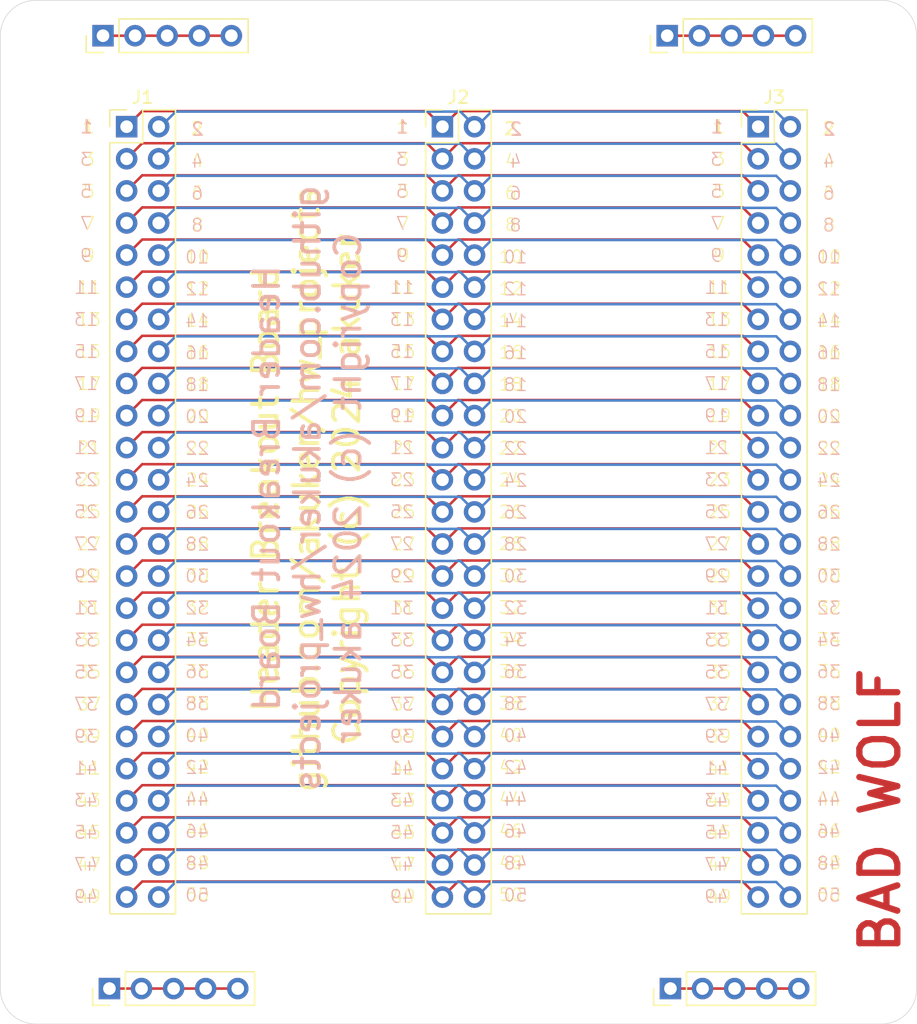
<source format=kicad_pcb>
(kicad_pcb (version 20240108) (generator "pcbnew") (generator_version "8.0")
  (layers (0 "F.Cu" signal) (31 "B.Cu" signal) (34 "B.Paste" user) (35 "F.Paste" user) (36 "B.SilkS" user "B.Silkscreen") (37 "F.SilkS" user "F.Silkscreen") (38 "B.Mask" user) (39 "F.Mask" user) (44 "Edge.Cuts" user))
  (net 0 "")
  (net 1 "PIN_29")
  (net 2 "PIN_11")
  (net 3 "PIN_24")
  (net 4 "PIN_12")
  (net 5 "PIN_21")
  (net 6 "PIN_22")
  (net 7 "PIN_10")
  (net 8 "PIN_32")
  (net 9 "PIN_18")
  (net 10 "PIN_34")
  (net 11 "PIN_5")
  (net 12 "PIN_14")
  (net 13 "PIN_1")
  (net 14 "PIN_8")
  (net 15 "PIN_19")
  (net 16 "PIN_6")
  (net 17 "PIN_7")
  (net 18 "PIN_23")
  (net 19 "PIN_13")
  (net 20 "PIN_9")
  (net 21 "PIN_30")
  (net 22 "PIN_33")
  (net 23 "PIN_17")
  (net 24 "PIN_16")
  (net 25 "PIN_2")
  (net 26 "PIN_4")
  (net 27 "PIN_26")
  (net 28 "PIN_28")
  (net 29 "PIN_25")
  (net 30 "PIN_31")
  (net 31 "PIN_15")
  (net 32 "PIN_20")
  (net 33 "PIN_27")
  (net 34 "PIN_3")
  (net 35 "PIN_50")
  (net 36 "PIN_41")
  (net 37 "PIN_35")
  (net 38 "PIN_46")
  (net 39 "PIN_49")
  (net 40 "PIN_36")
  (net 41 "PIN_38")
  (net 42 "PIN_45")
  (net 43 "PIN_39")
  (net 44 "PIN_42")
  (net 45 "PIN_44")
  (net 46 "PIN_37")
  (net 47 "PIN_40")
  (net 48 "PIN_47")
  (net 49 "PIN_48")
  (net 50 "PIN_43")
  (net 51 "Net-(J4-Pin_1)")
  (net 52 "Net-(J5-Pin_1)")
  (net 53 "Net-(J6-Pin_1)")
  (net 54 "Net-(J7-Pin_1)")
  (footprint "MountingHole:MountingHole_2.5mm" (layer "F.Cu") (at 113.608333 42.8)
    (property "Reference" "REF**" (hide yes))
    (property "Value" "MountingHole_2.5mm" (hide yes))
  )
  (footprint "Connector_PinHeader_2.54mm:PinHeader_1x05_P2.54mm_Vertical" (layer "F.Cu") (at 142.795833 42.8 90)
    (property "Reference" "J6" (hide yes))
    (property "Value" "Conn_01x05" (hide yes))
  )
  (footprint "Connector_PinHeader_2.54mm:PinHeader_1x05_P2.54mm_Vertical" (layer "F.Cu") (at 143.05 118.2 90)
    (property "Reference" "J5" (hide yes))
    (property "Value" "Conn_01x05" (hide yes))
  )
  (footprint "MountingHole:MountingHole_2.5mm" (layer "F.Cu") (at 114.625 118.2)
    (property "Reference" "REF**" (hide yes))
    (property "Value" "MountingHole_2.5mm" (hide yes))
  )
  (footprint "MountingHole:MountingHole_2.5mm" (layer "F.Cu") (at 92.8 42.8)
    (property "Reference" "REF**" (hide yes))
    (property "Value" "MountingHole_2.5mm" (hide yes))
  )
  (footprint "MountingHole:MountingHole_2.5mm" (layer "F.Cu") (at 92.8 118.2)
    (property "Reference" "REF**" (hide yes))
    (property "Value" "MountingHole_2.5mm" (hide yes))
  )
  (footprint "MountingHole:MountingHole_2.5mm" (layer "F.Cu") (at 159.8 42.8)
    (property "Reference" "REF**" (hide yes))
    (property "Value" "MountingHole_2.5mm" (hide yes))
  )
  (footprint "Connector_PinHeader_2.54mm:PinHeader_1x05_P2.54mm_Vertical" (layer "F.Cu") (at 98.129166 42.8 90)
    (property "Reference" "J7" (hide yes))
    (property "Value" "Conn_01x05" (hide yes))
  )
  (footprint "Connector_PinHeader_2.54mm:PinHeader_2x25_P2.54mm_Vertical" (layer "F.Cu") (at 125 50)
    (property "Reference" "J2")
    (property "Value" "Conn_02x17_Odd_Even")
  )
  (footprint "Connector_PinHeader_2.54mm:PinHeader_1x05_P2.54mm_Vertical" (layer "F.Cu") (at 98.6375 118.2 90)
    (property "Reference" "J4" (hide yes))
    (property "Value" "Conn_01x05" (hide yes))
  )
  (footprint "MountingHole:MountingHole_2.5mm" (layer "F.Cu") (at 136.45 118.2)
    (property "Reference" "REF**" (hide yes))
    (property "Value" "MountingHole_2.5mm" (hide yes))
  )
  (footprint "Connector_PinHeader_2.54mm:PinHeader_2x25_P2.54mm_Vertical" (layer "F.Cu") (at 150 50)
    (property "Reference" "J3")
    (property "Value" "Conn_02x17_Odd_Even")
  )
  (footprint "MountingHole:MountingHole_2.5mm" (layer "F.Cu") (at 135.941666 42.8)
    (property "Reference" "REF**" (hide yes))
    (property "Value" "MountingHole_2.5mm" (hide yes))
  )
  (footprint "MountingHole:MountingHole_2.5mm" (layer "F.Cu") (at 159.8 118.2)
    (property "Reference" "REF**" (hide yes))
    (property "Value" "MountingHole_2.5mm" (hide yes))
  )
  (footprint "Connector_PinHeader_2.54mm:PinHeader_2x25_P2.54mm_Vertical" (layer "F.Cu") (at 100 49.99825)
    (property "Reference" "J1")
    (property "Value" "Conn_02x17_Odd_Even")
  )
  (gr_arc (start 92.8 42.8) (mid 92.8 42.8) (end 92.8 42.8) (stroke (width 0.2)) (layer "F.Cu"))
  (gr_arc (start 90 42.8) (mid 90.820101 40.820101) (end 92.8 40) (stroke (width 0.05)) (layer "Edge.Cuts"))
  (gr_line (start 92.8 40) (end 159.8 40) (stroke (width 0.05)) (layer "Edge.Cuts"))
  (gr_line (start 92.8 121) (end 159.8 121) (stroke (width 0.05)) (layer "Edge.Cuts"))
  (gr_arc (start 162.54 118.2) (mid 161.749899 120.167473) (end 159.8 121) (stroke (width 0.05)) (layer "Edge.Cuts"))
  (gr_line (start 162.54 42.8) (end 162.54 118.2) (stroke (width 0.05)) (layer "Edge.Cuts"))
  (gr_line (start 90 118.2) (end 90 42.8) (stroke (width 0.05)) (layer "Edge.Cuts"))
  (gr_arc (start 92.8 121) (mid 90.820101 120.179899) (end 90 118.2) (stroke (width 0.05)) (layer "Edge.Cuts"))
  (gr_arc (start 159.8 40) (mid 161.749899 40.832527) (end 162.54 42.8) (stroke (width 0.05)) (layer "Edge.Cuts"))
  (gr_text "BAD WOLF" (at 161.4 115.65 90) (layer "F.Cu") (effects (font (size 3 3) (thickness 0.5) (bold yes)) (justify left bottom)))
  (gr_text "8" (at 156.123809 58.37878 -0) (layer "B.SilkS") (effects (font (size 1 1) (thickness 0.1)) (justify left bottom mirror)))
  (gr_text "4" (at 131.323809 53.32962 -0) (layer "B.SilkS") (effects (font (size 1 1) (thickness 0.1)) (justify left bottom mirror)))
  (gr_text "47" (at 97.8 108.963639 -0) (layer "B.SilkS") (effects (font (size 1 1) (thickness 0.1)) (justify left bottom mirror)))
  (gr_text "12" (at 156.6 63.42794 -0) (layer "B.SilkS") (effects (font (size 1 1) (thickness 0.1)) (justify left bottom mirror)))
  (gr_text "34" (at 156.6 91.19832 -0) (layer "B.SilkS") (effects (font (size 1 1) (thickness 0.1)) (justify left bottom mirror)))
  (gr_text "2" (at 106.198809 50.77954 -0) (layer "B.SilkS") (effects (font (size 1 1)) (justify left bottom mirror)))
  (gr_text "35" (at 122.8 93.745581 -0) (layer "B.SilkS") (effects (font (size 1 1) (thickness 0.1)) (justify left bottom mirror)))
  (gr_text "36" (at 131.8 93.7229 -0) (layer "B.SilkS") (effects (font (size 1 1) (thickness 0.1)) (justify left bottom mirror)))
  (gr_text "22" (at 106.6 76.05084 -0) (layer "B.SilkS") (effects (font (size 1 1) (thickness 0.1)) (justify left bottom mirror)))
  (gr_text "45" (at 122.8 106.427296 -0) (layer "B.SilkS") (effects (font (size 1 1) (thickness 0.1)) (justify left bottom mirror)))
  (gr_text "19" (at 122.8 73.454837 -0) (layer "B.SilkS") (effects (font (size 1 1) (thickness 0.1)) (justify left bottom mirror)))
  (gr_text "46" (at 156.6 106.3458 -0) (layer "B.SilkS") (effects (font (size 1 1) (thickness 0.1)) (justify left bottom mirror)))
  (gr_text "21" (at 147.7 75.99118 -0) (layer "B.SilkS") (effects (font (size 1 1) (thickness 0.1)) (justify left bottom mirror)))
  (gr_text "7" (at 147.223809 58.236779 -0) (layer "B.SilkS") (effects (font (size 1 1) (thickness 0.1)) (justify left bottom mirror)))
  (gr_text "2" (at 156.198809 50.77954 -0) (layer "B.SilkS") (effects (font (size 1 1)) (justify left bottom mirror)))
  (gr_text "42" (at 131.8 101.29664 -0) (layer "B.SilkS") (effects (font (size 1 1) (thickness 0.1)) (justify left bottom mirror)))
  (gr_text "18" (at 156.6 71.00168 -0) (layer "B.SilkS") (effects (font (size 1 1) (thickness 0.1)) (justify left bottom mirror)))
  (gr_text "30" (at 156.6 86.14916 -0) (layer "B.SilkS") (effects (font (size 1 1) (thickness 0.1)) (justify left bottom mirror)))
  (gr_text "39" (at 122.8 98.818267 -0) (layer "B.SilkS") (effects (font (size 1 1) (thickness 0.1)) (justify left bottom mirror)))
  (gr_text "10" (at 156.6 60.90336 -0) (layer "B.SilkS") (effects (font (size 1 1) (thickness 0.1)) (justify left bottom mirror)))
  (gr_text "1" (at 122.398809 50.60225 -0) (layer "B.SilkS") (effects (font (size 1 1)) (justify left bottom mirror)))
  (gr_text "19" (at 97.8 73.454837 -0) (layer "B.SilkS") (effects (font (size 1 1) (thickness 0.1)) (justify left bottom mirror)))
  (gr_text "27" (at 97.8 83.600209 -0) (layer "B.SilkS") (effects (font (size 1 1) (thickness 0.1)) (justify left bottom mirror)))
  (gr_text "1" (at 97.398809 50.60225 -0) (layer "B.SilkS") (effects (font (size 1 1)) (justify left bottom mirror)))
  (gr_text "11" (at 97.8 63.309465 -0) (layer "B.SilkS") (effects (font (size 1 1) (thickness 0.1)) (justify left bottom mirror)))
  (gr_text "41" (at 97.8 101.35461 -0) (layer "B.SilkS") (effects (font (size 1 1) (thickness 0.1)) (justify left bottom mirror)))
  (gr_text "15" (at 97.8 68.382151 -0) (layer "B.SilkS") (effects (font (size 1 1) (thickness 0.1)) (justify left bottom mirror)))
  (gr_text "29" (at 147.7 86.136552 -0) (layer "B.SilkS") (effects (font (size 1 1) (thickness 0.1)) (justify left bottom mirror)))
  (gr_text "19" (at 147.7 73.454837 -0) (layer "B.SilkS") (effects (font (size 1 1) (thickness 0.1)) (justify left bottom mirror)))
  (gr_text "39" (at 147.7 98.818267 -0) (layer "B.SilkS") (effects (font (size 1 1) (thickness 0.1)) (justify left bottom mirror)))
  (gr_text "34" (at 106.6 91.19832 -0) (layer "B.SilkS") (effects (font (size 1 1) (thickness 0.1)) (justify left bottom mirror)))
  (gr_text "29" (at 122.8 86.136552 -0) (layer "B.SilkS") (effects (font (size 1 1) (thickness 0.1)) (justify left bottom mirror)))
  (gr_text "38" (at 106.6 96.24748 -0) (layer "B.SilkS") (effects (font (size 1 1) (thickness 0.1)) (justify left bottom mirror)))
  (gr_text "8" (at 131.323809 58.37878 -0) (layer "B.SilkS") (effects (font (size 1 1) (thickness 0.1)) (justify left bottom mirror)))
  (gr_text "3" (at 122.323809 53.164093 -0) (layer "B.SilkS") (effects (font (size 1 1) (thickness 0.1)) (justify left bottom mirror)))
  (gr_text "12" (at 131.8 63.42794 -0) (layer "B.SilkS") (effects (font (size 1 1) (thickness 0.1)) (justify left bottom mirror)))
  (gr_text "42" (at 106.6 101.29664 -0) (layer "B.SilkS") (effects (font (size 1 1) (thickness 0.1)) (justify left bottom mirror)))
  (gr_text "31" (at 122.8 88.672895 -0) (layer "B.SilkS") (effects (font (size 1 1) (thickness 0.1)) (justify left bottom mirror)))
  (gr_text "22" (at 156.6 76.05084 -0) (layer "B.SilkS") (effects (font (size 1 1) (thickness 0.1)) (justify left bottom mirror)))
  (gr_text "29" (at 97.8 86.136552 -0) (layer "B.SilkS") (effects (font (size 1 1) (thickness 0.1)) (justify left bottom mirror)))
  (gr_text "3" (at 147.223809 53.164093 -0) (layer "B.SilkS") (effects (font (size 1 1) (thickness 0.1)) (justify left bottom mirror)))
  (gr_text "22" (at 131.8 76.05084 -0) (layer "B.SilkS") (effects (font (size 1 1) (thickness 0.1)) (justify left bottom mirror)))
  (gr_text "38" (at 156.6 96.24748 -0) (layer "B.SilkS") (effects (font (size 1 1) (thickness 0.1)) (justify left bottom mirror)))
  (gr_text "25" (at 147.7 81.063866 -0) (layer "B.SilkS") (effects (font (size 1 1) (thickness 0.1)) (justify left bottom mirror)))
  (gr_text "21" (at 97.8 75.99118 -0) (layer "B.SilkS") (effects (font (size 1 1) (thickness 0.1)) (justify left bottom mirror)))
  (gr_text "33" (at 147.7 91.209238 -0) (layer "B.SilkS") (effects (font (size 1 1) (thickness 0.1)) (justify left bottom mirror)))
  (gr_text "15" (at 147.7 68.382151 -0) (layer "B.SilkS") (effects (font (size 1 1) (thickness 0.1)) (justify left bottom mirror)))
  (gr_text "45" (at 97.8 106.427296 -0) (layer "B.SilkS") (effects (font (size 1 1) (thickness 0.1)) (justify left bottom mirror)))
  (gr_text "2" (at 131.398809 50.77954 -0) (layer "B.SilkS") (effects (font (size 1 1)) (justify left bottom mirror)))
  (gr_text "7" (at 122.323809 58.236779 -0) (layer "B.SilkS") (effects (font (size 1 1) (thickness 0.1)) (justify left bottom mirror)))
  (gr_text "41" (at 122.8 101.35461 -0) (layer "B.SilkS") (effects (font (size 1 1) (thickness 0.1)) (justify left bottom mirror)))
  (gr_text "28" (at 106.6 83.62458 -0) (layer "B.SilkS") (effects (font (size 1 1) (thickness 0.1)) (justify left bottom mirror)))
  (gr_text "48" (at 156.6 108.87038 -0) (layer "B.SilkS") (effects (font (size 1 1) (thickness 0.1)) (justify left bottom mirror)))
  (gr_text "27" (at 122.8 83.600209 -0) (layer "B.SilkS") (effects (font (size 1 1) (thickness 0.1)) (justify left bottom mirror)))
  (gr_text "40" (at 106.6 98.77206 -0) (layer "B.SilkS") (effects (font (size 1 1) (thickness 0.1)) (justify left bottom mirror)))
  (gr_text "36" (at 156.6 93.7229 -0) (layer "B.SilkS") (effects (font (size 1 1) (thickness 0.1)) (justify left bottom mirror)))
  (gr_text "44" (at 106.6 103.82122 -0) (layer "B.SilkS") (effects (font (size 1 1) (thickness 0.1)) (justify left bottom mirror)))
  (gr_text "46" (at 131.8 106.3458 -0) (layer "B.SilkS") (effects (font (size 1 1) (thickness 0.1)) (justify left bottom mirror)))
  (gr_text "20" (at 106.6 73.52626 -0) (layer "B.SilkS") (effects (font (size 1 1) (thickness 0.1)) (justify left bottom mirror)))
  (gr_text "26" (at 156.6 81.1 -0) (layer "B.SilkS") (effects (font (size 1 1) (thickness 0.1)) (justify left bottom mirror)))
  (gr_text "15" (at 122.8 68.382151 -0) (layer "B.SilkS") (effects (font (size 1 1) (thickness 0.1)) (justify left bottom mirror)))
  (gr_text "25" (at 122.8 81.063866 -0) (layer "B.SilkS") (effects (font (size 1 1) (thickness 0.1)) (justify left bottom mirror)))
  (gr_text "21" (at 122.8 75.99118 -0) (layer "B.SilkS") (effects (font (size 1 1) (thickness 0.1)) (justify left bottom mirror)))
  (gr_text "6" (at 131.323809 55.8542 -0) (layer "B.SilkS") (effects (font (size 1 1) (thickness 0.1)) (justify left bottom mirror)))
  (gr_text "41" (at 147.7 101.35461 -0) (layer "B.SilkS") (effects (font (size 1 1) (thickness 0.1)) (justify left bottom mirror)))
  (gr_text "50" (at 131.8 111.39496 -0) (layer "B.SilkS") (effects (font (size 1 1) (thickness 0.1)) (justify left bottom mirror)))
  (gr_text "24" (at 156.6 78.57542 -0) (layer "B.SilkS") (effects (font (size 1 1) (thickness 0.1)) (justify left bottom mirror)))
  (gr_text "14" (at 131.8 65.95252 -0) (layer "B.SilkS") (effects (font (size 1 1) (thickness 0.1)) (justify left bottom mirror)))
  (gr_text "44" (at 156.6 103.82122 -0) (layer "B.SilkS") (effects (font (size 1 1) (thickness 0.1)) (justify left bottom mirror)))
  (gr_text "40" (at 156.6 98.77206 -0) (layer "B.SilkS") (effects (font (size 1 1) (thickness 0.1)) (justify left bottom mirror)))
  (gr_text "9" (at 97.323809 60.773122 -0) (layer "B.SilkS") (effects (font (size 1 1) (thickness 0.1)) (justify left bottom mirror)))
  (gr_text "3" (at 97.323809 53.164093 -0) (layer "B.SilkS") (effects (font (size 1 1) (thickness 0.1)) (justify left bottom mirror)))
  (gr_text "31" (at 147.7 88.672895 -0) (layer "B.SilkS") (effects (font (size 1 1) (thickness 0.1)) (justify left bottom mirror)))
  (gr_text "17" (at 122.8 70.918494 -0) (layer "B.SilkS") (effects (font (size 1 1) (thickness 0.1)) (justify left bottom mirror)))
  (gr_text "13" (at 122.8 65.845808 -0) (layer "B.SilkS") (effects (font (size 1 1) (thickness 0.1)) (justify left bottom mirror)))
  (gr_text "48" (at 106.6 108.87038 -0) (layer "B.SilkS") (effects (font (size 1 1) (thickness 0.1)) (justify left bottom mirror)))
  (gr_text "32" (at 156.6 88.67374 -0) (layer "B.SilkS") (effects (font (size 1 1) (thickness 0.1)) (justify left bottom mirror)))
  (gr_text "43" (at 97.8 103.890953 -0) (layer "B.SilkS") (effects (font (size 1 1) (thickness 0.1)) (justify left bottom mirror)))
  (gr_text "49" (at 122.8 111.5 -0) (layer "B.SilkS") (effects (font (size 1 1) (thickness 0.1)) (justify left bottom mirror)))
  (gr_text "39" (at 97.8 98.818267 -0) (layer "B.SilkS") (effects (font (size 1 1) (thickness 0.1)) (justify left bottom mirror)))
  (gr_text "50" (at 156.6 111.39496 -0) (layer "B.SilkS") (effects (font (size 1 1) (thickness 0.1)) (justify left bottom mirror)))
  (gr_text "4" (at 156.123809 53.32962 -0) (layer "B.SilkS") (effects (font (size 1 1) (thickness 0.1)) (justify left bottom mirror)))
  (gr_text "38" (at 131.8 96.24748 -0) (layer "B.SilkS") (effects (font (size 1 1) (thickness 0.1)) (justify left bottom mirror)))
  (gr_text "35" (at 97.8 93.745581 -0) (layer "B.SilkS") (effects (font (size 1 1) (thickness 0.1)) (justify left bottom mirror)))
  (gr_text "10" (at 106.6 60.90336 -0) (layer "B.SilkS") (effects (font (size 1 1) (thickness 0.1)) (justify left bottom mirror)))
  (gr_text "9" (at 122.323809 60.773122 -0) (layer "B.SilkS") (effects (font (size 1 1) (thickness 0.1)) (justify left bottom mirror)))
  (gr_text "37" (at 147.7 96.281924 -0) (layer "B.SilkS") (effects (font (size 1 1) (thickness 0.1)) (justify left bottom mirror)))
  (gr_text "5" (at 147.223809 55.700436 -0) (layer "B.SilkS") (effects (font (size 1 1) (thickness 0.1)) (justify left bottom mirror)))
  (gr_text "16" (at 131.8 68.4771 -0) (layer "B.SilkS") (effects (font (size 1 1) (thickness 0.1)) (justify left bottom mirror)))
  (gr_text "20" (at 131.8 73.52626 -0) (layer "B.SilkS") (effects (font (size 1 1) (thickness 0.1)) (justify left bottom mirror)))
  (gr_text "43" (at 147.7 103.890953 -0) (layer "B.SilkS") (effects (font (size 1 1) (thickness 0.1)) (justify left bottom mirror)))
  (gr_text "6" (at 106.123809 55.8542 -0) (layer "B.SilkS") (effects (font (size 1 1) (thickness 0.1)) (justify left bottom mirror)))
  (gr_text "31" (at 97.8 88.672895 -0) (layer "B.SilkS") (effects (font (size 1 1) (thickness 0.1)) (justify left bottom mirror)))
  (gr_text "12" (at 106.6 63.42794 -0) (layer "B.SilkS") (effects (font (size 1 1) (thickness 0.1)) (justify left bottom mirror)))
  (gr_text "9" (at 147.223809 60.773122 -0) (layer "B.SilkS") (effects (font (size 1 1) (thickness 0.1)) (justify left bottom mirror)))
  (gr_text "8" (at 106.123809 58.37878 -0) (layer "B.SilkS") (effects (font (size 1 1) (thickness 0.1)) (justify left bottom mirror)))
  (gr_text "49" (at 147.7 111.5 -0) (layer "B.SilkS") (effects (font (size 1 1) (thickness 0.1)) (justify left bottom mirror)))
  (gr_text "28" (at 156.6 83.62458 -0) (layer "B.SilkS") (effects (font (size 1 1) (thickness 0.1)) (justify left bottom mirror)))
  (gr_text "14" (at 106.6 65.95252 -0) (layer "B.SilkS") (effects (font (size 1 1) (thickness 0.1)) (justify left bottom mirror)))
  (gr_text "30" (at 106.6 86.14916 -0) (layer "B.SilkS") (effects (font (size 1 1) (thickness 0.1)) (justify left bottom mirror)))
  (gr_text "50" (at 106.6 111.39496 -0) (layer "B.SilkS") (effects (font (size 1 1) (thickness 0.1)) (justify left bottom mirror)))
  (gr_text "Header Breakout Board\ngithub.com/akuker/hw_projects\nCopyright (c) 2024 akuker" (at 118.7 78.6 90) (layer "B.SilkS") (effects (font (size 2 2) (thickness 0.3)) (justify bottom mirror)))
  (gr_text "26" (at 131.8 81.1 -0) (layer "B.SilkS") (effects (font (size 1 1) (thickness 0.1)) (justify left bottom mirror)))
  (gr_text "26" (at 106.6 81.1 -0) (layer "B.SilkS") (effects (font (size 1 1) (thickness 0.1)) (justify left bottom mirror)))
  (gr_text "49" (at 97.8 111.5 -0) (layer "B.SilkS") (effects (font (size 1 1) (thickness 0.1)) (justify left bottom mirror)))
  (gr_text "5" (at 122.323809 55.700436 -0) (layer "B.SilkS") (effects (font (size 1 1) (thickness 0.1)) (justify left bottom mirror)))
  (gr_text "16" (at 106.6 68.4771 -0) (layer "B.SilkS") (effects (font (size 1 1) (thickness 0.1)) (justify left bottom mirror)))
  (gr_text "23" (at 147.7 78.527523 -0) (layer "B.SilkS") (effects (font (size 1 1) (thickness 0.1)) (justify left bottom mirror)))
  (gr_text "40" (at 131.8 98.77206 -0) (layer "B.SilkS") (effects (font (size 1 1) (thickness 0.1)) (justify left bottom mirror)))
  (gr_text "16" (at 156.6 68.4771 -0) (layer "B.SilkS") (effects (font (size 1 1) (thickness 0.1)) (justify left bottom mirror)))
  (gr_text "13" (at 97.8 65.845808 -0) (layer "B.SilkS") (effects (font (size 1 1) (thickness 0.1)) (justify left bottom mirror)))
  (gr_text "17" (at 147.7 70.918494 -0) (layer "B.SilkS") (effects (font (size 1 1) (thickness 0.1)) (justify left bottom mirror)))
  (gr_text "44" (at 131.8 103.82122 -0) (layer "B.SilkS") (effects (font (size 1 1) (thickness 0.1)) (justify left bottom mirror)))
  (gr_text "42" (at 156.6 101.29664 -0) (layer "B.SilkS") (effects (font (size 1 1) (thickness 0.1)) (justify left bottom mirror)))
  (gr_text "24" (at 106.6 78.57542 -0) (layer "B.SilkS") (effects (font (size 1 1) (thickness 0.1)) (justify left bottom mirror)))
  (gr_text "37" (at 97.8 96.281924 -0) (layer "B.SilkS") (effects (font (size 1 1) (thickness 0.1)) (justify left bottom mirror)))
  (gr_text "20" (at 156.6 73.52626 -0) (layer "B.SilkS") (effects (font (size 1 1) (thickness 0.1)) (justify left bottom mirror)))
  (gr_text "5" (at 97.323809 55.700436 -0) (layer "B.SilkS") (effects (font (size 1 1) (thickness 0.1)) (justify left bottom mirror)))
  (gr_text "4" (at 106.123809 53.32962 -0) (layer "B.SilkS") (effects (font (size 1 1) (thickness 0.1)) (justify left bottom mirror)))
  (gr_text "36" (at 106.6 93.7229 -0) (layer "B.SilkS") (effects (font (size 1 1) (thickness 0.1)) (justify left bottom mirror)))
  (gr_text "18" (at 131.8 71.00168 -0) (layer "B.SilkS") (effects (font (size 1 1) (thickness 0.1)) (justify left bottom mirror)))
  (gr_text "14" (at 156.6 65.95252 -0) (layer "B.SilkS") (effects (font (size 1 1) (thickness 0.1)) (justify left bottom mirror)))
  (gr_text "13" (at 147.7 65.845808 -0) (layer "B.SilkS") (effects (font (size 1 1) (thickness 0.1)) (justify left bottom mirror)))
  (gr_text "32" (at 131.8 88.67374 -0) (layer "B.SilkS") (effects (font (size 1 1) (thickness 0.1)) (justify left bottom mirror)))
  (gr_text "25" (at 97.8 81.063866 -0) (layer "B.SilkS") (effects (font (size 1 1) (thickness 0.1)) (justify left bottom mirror)))
  (gr_text "35" (at 147.7 93.745581 -0) (layer "B.SilkS") (effects (font (size 1 1) (thickness 0.1)) (justify left bottom mirror)))
  (gr_text "48" (at 131.8 108.87038 -0) (layer "B.SilkS") (effects (font (size 1 1) (thickness 0.1)) (justify left bottom mirror)))
  (gr_text "11" (at 122.8 63.309465 -0) (layer "B.SilkS") (effects (font (size 1 1) (thickness 0.1)) (justify left bottom mirror)))
  (gr_text "47" (at 122.8 108.963639 -0) (layer "B.SilkS") (effects (font (size 1 1) (thickness 0.1)) (justify left bottom mirror)))
  (gr_text "6" (at 156.123809 55.8542 -0) (layer "B.SilkS") (effects (font (size 1 1) (thickness 0.1)) (justify left bottom mirror)))
  (gr_text "23" (at 97.8 78.527523 -0) (layer "B.SilkS") (effects (font (size 1 1) (thickness 0.1)) (justify left bottom mirror)))
  (gr_text "18" (at 106.6 71.00168 -0) (layer "B.SilkS") (effects (font (size 1 1) (thickness 0.1)) (justify left bottom mirror)))
  (gr_text "46" (at 106.6 106.3458 -0) (layer "B.SilkS") (effects (font (size 1 1) (thickness 0.1)) (justify left bottom mirror)))
  (gr_text "28" (at 131.8 83.62458 -0) (layer "B.SilkS") (effects (font (size 1 1) (thickness 0.1)) (justify left bottom mirror)))
  (gr_text "33" (at 97.8 91.209238 -0) (layer "B.SilkS") (effects (font (size 1 1) (thickness 0.1)) (justify left bottom mirror)))
  (gr_text "1" (at 147.298809 50.60225 -0) (layer "B.SilkS") (effects (font (size 1 1)) (justify left bottom mirror)))
  (gr_text "37" (at 122.8 96.281924 -0) (layer "B.SilkS") (effects (font (size 1 1) (thickness 0.1)) (justify left bottom mirror)))
  (gr_text "17" (at 97.8 70.918494 -0) (layer "B.SilkS") (effects (font (size 1 1) (thickness 0.1)) (justify left bottom mirror)))
  (gr_text "47" (at 147.7 108.963639 -0) (layer "B.SilkS") (effects (font (size 1 1) (thickness 0.1)) (justify left bottom mirror)))
  (gr_text "7" (at 97.323809 58.236779 -0) (layer "B.SilkS") (effects (font (size 1 1) (thickness 0.1)) (justify left bottom mirror)))
  (gr_text "30" (at 131.8 86.14916 -0) (layer "B.SilkS") (effects (font (size 1 1) (thickness 0.1)) (justify left bottom mirror)))
  (gr_text "34" (at 131.8 91.19832 -0) (layer "B.SilkS") (effects (font (size 1 1) (thickness 0.1)) (justify left bottom mirror)))
  (gr_text "10" (at 131.8 60.90336 -0) (layer "B.SilkS") (effects (font (size 1 1) (thickness 0.1)) (justify left bottom mirror)))
  (gr_text "27" (at 147.7 83.600209 -0) (layer "B.SilkS") (effects (font (size 1 1) (thickness 0.1)) (justify left bottom mirror)))
  (gr_text "32" (at 106.6 88.67374 -0) (layer "B.SilkS") (effects (font (size 1 1) (thickness 0.1)) (justify left bottom mirror)))
  (gr_text "43" (at 122.8 103.890953 -0) (layer "B.SilkS") (effects (font (size 1 1) (thickness 0.1)) (justify left bottom mirror)))
  (gr_text "11" (at 147.7 63.309465 -0) (layer "B.SilkS") (effects (font (size 1 1) (thickness 0.1)) (justify left bottom mirror)))
  (gr_text "24" (at 131.8 78.57542 -0) (layer "B.SilkS") (effects (font (size 1 1) (thickness 0.1)) (justify left bottom mirror)))
  (gr_text "33" (at 122.8 91.209238 -0) (layer "B.SilkS") (effects (font (size 1 1) (thickness 0.1)) (justify left bottom mirror)))
  (gr_text "45" (at 147.7 106.427296 -0) (layer "B.SilkS") (effects (font (size 1 1) (thickness 0.1)) (justify left bottom mirror)))
  (gr_text "23" (at 122.8 78.527523 -0) (layer "B.SilkS") (effects (font (size 1 1) (thickness 0.1)) (justify left bottom mirror)))
  (gr_text "25" (at 120.9 81.063366 0) (layer "F.SilkS") (effects (font (size 1 1) (thickness 0.1)) (justify left bottom)))
  (gr_text "40" (at 104.6 98.735435 0) (layer "F.SilkS") (effects (font (size 1 1) (thickness 0.1)) (justify left bottom)))
  (gr_text "5" (at 96.476191 55.699936 0) (layer "F.SilkS") (effects (font (size 1 1) (thickness 0.1)) (justify left bottom)))
  (gr_text "48" (at 104.6 108.833755 0) (layer "F.SilkS") (effects (font (size 1 1) (thickness 0.1)) (justify left bottom)))
  (gr_text "27" (at 96 83.599709 0) (layer "F.SilkS") (effects (font (size 1 1) (thickness 0.1)) (justify left bottom)))
  (gr_text "44" (at 104.6 103.784595 0) (layer "F.SilkS") (effects (font (size 1 1) (thickness 0.1)) (justify left bottom)))
  (gr_text "7" (at 96.476191 58.236279 0) (layer "F.SilkS") (effects (font (size 1 1) (thickness 0.1)) (justify left bottom)))
  (gr_text "19" (at 96 73.454337 0) (layer "F.SilkS") (effects (font (size 1 1) (thickness 0.1)) (justify left bottom)))
  (gr_text "42" (at 129.4 101.260015 0) (layer "F.SilkS") (effects (font (size 1 1) (thickness 0.1)) (justify left bottom)))
  (gr_text "14" (at 154.6 65.915895 0) (layer "F.SilkS") (effects (font (size 1 1) (thickness 0.1)) (justify left bottom)))
  (gr_text "26" (at 129.4 81.063375 0) (layer "F.SilkS") (effects (font (size 1 1) (thickness 0.1)) (justify left bottom)))
  (gr_text "49" (at 120.9 111.4995 0) (layer "F.SilkS") (effects (font (size 1 1) (thickness 0.1)) (justify left bottom)))
  (gr_text "22" (at 129.4 76.014215 0) (layer "F.SilkS") (effects (font (size 1 1) (thickness 0.1)) (justify left bottom)))
  (gr_text "34" (at 104.6 91.161695 0) (layer "F.SilkS") (effects (font (size 1 1) (thickness 0.1)) (justify left bottom)))
  (gr_text "1" (at 96.401191 50.60175 0) (layer "F.SilkS") (effects (font (size 1 1)) (justify left bottom)))
  (gr_text "45" (at 145.9 106.426796 0) (layer "F.SilkS") (effects (font (size 1 1) (thickness 0.1)) (justify left bottom)))
  (gr_text "39" (at 120.9 98.817767 0) (layer "F.SilkS") (effects (font (size 1 1) (thickness 0.1)) (justify left bottom)))
  (gr_text "46" (at 154.6 106.309175 0) (layer "F.SilkS") (effects (font (size 1 1) (thickness 0.1)) (justify left bottom)))
  (gr_text "1" (at 121.301191 50.60175 0) (layer "F.SilkS") (effects (font (size 1 1)) (justify left bottom)))
  (gr_text "32" (at 129.4 88.637115 0) (layer "F.SilkS") (effects (font (size 1 1) (thickness 0.1)) (justify left bottom)))
  (gr_text "48" (at 129.4 108.833755 0) (layer "F.SilkS") (effects (font (size 1 1) (thickness 0.1)) (justify left bottom)))
  (gr_text "37" (at 145.9 96.281424 0) (layer "F.SilkS") (effects (font (size 1 1) (thickness 0.1)) (justify left bottom)))
  (gr_text "3" (at 96.476191 53.163593 0) (layer "F.SilkS") (effects (font (size 1 1) (thickness 0.1)) (justify left bottom)))
  (gr_text "46" (at 129.4 106.309175 0) (layer "F.SilkS") (effects (font (size 1 1) (thickness 0.1)) (justify left bottom)))
  (gr_text "2" (at 155.001191 50.742915 0) (layer "F.SilkS") (effects (font (size 1 1)) (justify left bottom)))
  (gr_text "19" (at 120.9 73.454337 0) (layer "F.SilkS") (effects (font (size 1 1) (thickness 0.1)) (justify left bottom)))
  (gr_text "3" (at 146.376191 53.163593 0) (layer "F.SilkS") (effects (font (size 1 1) (thickness 0.1)) (justify left bottom)))
  (gr_text "11" (at 145.9 63.308965 0) (layer "F.SilkS") (effects (font (size 1 1) (thickness 0.1)) (justify left bottom)))
  (gr_text "10" (at 129.4 60.866735 0) (layer "F.SilkS") (effects (font (size 1 1) (thickness 0.1)) (justify left bottom)))
  (gr_text "38" (at 104.6 96.210855 0) (layer "F.SilkS") (effects (font (size 1 1) (thickness 0.1)) (justify left bottom)))
  (gr_text "13" (at 145.9 65.845308 0) (layer "F.SilkS") (effects (font (size 1 1) (thickness 0.1)) (justify left bottom)))
  (gr_text "37" (at 120.9 96.281424 0) (layer "F.SilkS") (effects (font (size 1 1) (thickness 0.1)) (justify left bottom)))
  (gr_text "6" (at 105.076191 55.817575 0) (layer "F.SilkS") (effects (font (size 1 1) (thickness 0.1)) (justify left bottom)))
  (gr_text "21" (at 120.9 75.99068 0) (layer "F.SilkS") (effects (font (size 1 1) (thickness 0.1)) (justify left bottom)))
  (gr_text "43" (at 96 103.890453 0) (layer "F.SilkS") (effects (font (size 1 1) (thickness 0.1)) (justify left bottom)))
  (gr_text "45" (at 96 106.426796 0) (layer "F.SilkS") (effects (font (size 1 1) (thickness 0.1)) (justify left bottom)))
  (gr_text "12" (at 154.6 63.391315 0) (layer "F.SilkS") (effects (font (size 1 1) (thickness 0.1)) (justify left bottom)))
  (gr_text "30" (at 104.6 86.112535 0) (layer "F.SilkS") (effects (font (size 1 1) (thickness 0.1)) (justify left bottom)))
  (gr_text "23" (at 120.9 78.527023 0) (layer "F.SilkS") (effects (font (size 1 1) (thickness 0.1)) (justify left bottom)))
  (gr_text "41" (at 120.9 101.35411 0) (layer "F.SilkS") (effects (font (size 1 1) (thickness 0.1)) (justify left bottom)))
  (gr_text "9" (at 121.376191 60.772622 0) (layer "F.SilkS") (effects (font (size 1 1) (thickness 0.1)) (justify left bottom)))
  (gr_text "8" (at 129.876191 58.342155 0) (layer "F.SilkS") (effects (font (size 1 1) (thickness 0.1)) (justify left bottom)))
  (gr_text "29" (at 145.9 86.136052 0) (layer "F.SilkS") (effects (font (size 1 1) (thickness 0.1)) (justify left bottom)))
  (gr_text "47" (at 145.9 108.963139 0) (layer "F.SilkS") (effects (font (size 1 1) (thickness 0.1)) (justify left bottom)))
  (gr_text "4" (at 105.076191 53.292995 0) (layer "F.SilkS") (effects (font (size 1 1) (thickness 0.1)) (justify left bottom)))
  (gr_text "41" (at 145.9 101.35411 0) (layer "F.SilkS") (effects (font (size 1 1) (thickness 0.1)) (justify left bottom)))
  (gr_text "17" (at 120.9 70.917994 0) (layer "F.SilkS") (effects (font (size 1 1) (thickness 0.1)) (justify left bottom)))
  (gr_text "26" (at 104.6 81.063375 0) (layer "F.SilkS") (effects (font (size 1 1) (thickness 0.1)) (justify left bottom)))
  (gr_text "34" (at 154.6 91.161695 0) (layer "F.SilkS") (effects (font (size 1 1) (thickness 0.1)) (justify left bottom)))
  (gr_text "35" (at 145.9 93.745081 0) (layer "F.SilkS") (effects (font (size 1 1) (thickness 0.1)) (justify left bottom)))
  (gr_text "24" (at 154.6 78.538795 0) (layer "F.SilkS") (effects (font (size 1 1) (thickness 0.1)) (justify left bottom)))
  (gr_text "23" (at 96 78.527023 0) (layer "F.SilkS") (effects (font (size 1 1) (thickness 0.1)) (justify left bottom)))
  (gr_text "39" (at 96 98.817767 0) (layer "F.SilkS") (effects (font (size 1 1) (thickness 0.1)) (justify left bottom)))
  (gr_text "50" (at 154.6 111.358335 0) (layer "F.SilkS") (effects (font (size 1 1) (thickness 0.1)) (justify left bottom)))
  (gr_text "18" (at 154.6 70.965055 0) (layer "F.SilkS") (effects (font (size 1 1) (thickness 0.1)) (justify left bottom)))
  (gr_text "40" (at 154.6 98.735435 0) (layer "F.SilkS") (effects (font (size 1 1) (thickness 0.1)) (justify left bottom)))
  (gr_text "9" (at 146.376191 60.772622 0) (layer "F.SilkS") (effects (font (size 1 1) (thickness 0.1)) (justify left bottom)))
  (gr_text "3" (at 121.376191 53.163593 0) (layer "F.SilkS") (effects (font (size 1 1) (thickness 0.1)) (justify left bottom)))
  (gr_text "36" (at 104.6 93.686275 0) (layer "F.SilkS") (effects (font (size 1 1) (thickness 0.1)) (justify left bottom)))
  (gr_text "26" (at 154.6 81.063375 0) (layer "F.SilkS") (effects (font (size 1 1) (thickness 0.1)) (justify left bottom)))
  (gr_text "6" (at 155.076191 55.817575 0) (layer "F.SilkS") (effects (font (size 1 1) (thickness 0.1)) (justify left bottom)))
  (gr_text "28" (at 129.4 83.587955 0) (layer "F.SilkS") (effects (font (size 1 1) (thickness 0.1)) (justify left bottom)))
  (gr_text "28" (at 104.6 83.587955 0) (layer "F.SilkS") (effects (font (size 1 1) (thickness 0.1)) (justify left bottom)))
  (gr_text "49" (at 96 111.4995 0) (layer "F.SilkS") (effects (font (size 1 1) (thickness 0.1)) (justify left bottom)))
  (gr_text "24" (at 104.6 78.538795 0) (layer "F.SilkS") (effects (font (size 1 1) (thickness 0.1)) (justify left bottom)))
  (gr_text "20" (at 154.6 73.489635 0) (layer "F.SilkS") (effects (font (size 1 1) (thickness 0.1)) (justify left bottom)))
  (gr_text "37" (at 96 96.281424 0) (layer "F.SilkS") (effects (font (size 1 1) (thickness 0.1)) (justify left bottom)))
  (gr_text "30" (at 154.6 86.112535 0) (layer "F.SilkS") (effects (font (size 1 1) (thickness 0.1)) (justify left bottom)))
  (gr_text "21" (at 96 75.99068 0) (layer "F.SilkS") (effects (font (size 1 1) (thickness 0.1)) (justify left bottom)))
  (gr_text "13" (at 96 65.845308 0) (layer "F.SilkS") (effects (font (size 1 1) (thickness 0.1)) (justify left bottom)))
  (gr_text "7" (at 121.376191 58.236279 0) (layer "F.SilkS") (effects (font (size 1 1) (thickness 0.1)) (justify left bottom)))
  (gr_text "14" (at 129.4 65.915895 0) (layer "F.SilkS") (effects (font (size 1 1) (thickness 0.1)) (justify left bottom)))
  (gr_text "16" (at 129.4 68.440475 0) (layer "F.SilkS") (effects (font (size 1 1) (thickness 0.1)) (justify left bottom)))
  (gr_text "15" (at 120.9 68.381651 0) (layer "F.SilkS") (effects (font (size 1 1) (thickness 0.1)) (justify left bottom)))
  (gr_text "45" (at 120.9 106.426796 0) (layer "F.SilkS") (effects (font (size 1 1) (thickness 0.1)) (justify left bottom)))
  (gr_text "42" (at 104.6 101.260015 0) (layer "F.SilkS") (effects (font (size 1 1) (thickness 0.1)) (justify left bottom)))
  (gr_text "9" (at 96.476191 60.772622 0) (layer "F.SilkS") (effects (font (size 1 1) (thickness 0.1)) (justify left bottom)))
  (gr_text "34" (at 129.4 91.161695 0) (layer "F.SilkS") (effects (font (size 1 1) (thickness 0.1)) (justify left bottom)))
  (gr_text "35" (at 120.9 93.745081 0) (layer "F.SilkS") (effects (font (size 1 1) (thickness 0.1)) (justify left bottom)))
  (gr_text "19" (at 145.9 73.454337 0) (layer "F.SilkS") (effects (font (size 1 1) (thickness 0.1)) (justify left bottom)))
  (gr_text "29" (at 96 86.136052 0) (layer "F.SilkS") (effects (font (size 1 1) (thickness 0.1)) (justify left bottom)))
  (gr_text "4" (at 155.076191 53.292995 0) (layer "F.SilkS") (effects (font (size 1 1) (thickness 0.1)) (justify left bottom)))
  (gr_text "50" (at 129.4 111.358335 0) (layer "F.SilkS") (effects (font (size 1 1) (thickness 0.1)) (justify left bottom)))
  (gr_text "27" (at 120.9 83.599709 0) (layer "F.SilkS") (effects (font (size 1 1) (thickness 0.1)) (justify left bottom)))
  (gr_text "12" (at 129.4 63.391315 0) (layer "F.SilkS") (effects (font (size 1 1) (thickness 0.1)) (justify left bottom)))
  (gr_text "25" (at 145.9 81.063366 0) (layer "F.SilkS") (effects (font (size 1 1) (thickness 0.1)) (justify left bottom)))
  (gr_text "43" (at 120.9 103.890453 0) (layer "F.SilkS") (effects (font (size 1 1) (thickness 0.1)) (justify left bottom)))
  (gr_text "16" (at 154.6 68.440475 0) (layer "F.SilkS") (effects (font (size 1 1) (thickness 0.1)) (justify left bottom)))
  (gr_text "4" (at 129.876191 53.292995 0) (layer "F.SilkS") (effects (font (size 1 1) (thickness 0.1)) (justify left bottom)))
  (gr_text "5" (at 121.376191 55.699936 0) (layer "F.SilkS") (effects (font (size 1 1) (thickness 0.1)) (justify left bottom)))
  (gr_text "38" (at 154.6 96.210855 0) (layer "F.SilkS") (effects (font (size 1 1) (thickness 0.1)) (justify left bottom)))
  (gr_text "44" (at 154.6 103.784595 0) (layer "F.SilkS") (effects (font (size 1 1) (thickness 0.1)) (justify left bottom)))
  (gr_text "22" (at 104.6 76.014215 0) (layer "F.SilkS") (effects (font (size 1 1) (thickness 0.1)) (justify left bottom)))
  (gr_text "21" (at 145.9 75.99068 0) (layer "F.SilkS") (effects (font (size 1 1) (thickness 0.1)) (justify left bottom)))
  (gr_text "36" (at 129.4 93.686275 0) (layer "F.SilkS") (effects (font (size 1 1) (thickness 0.1)) (justify left bottom)))
  (gr_text "17" (at 96 70.917994 0) (layer "F.SilkS") (effects (font (size 1 1) (thickness 0.1)) (justify left bottom)))
  (gr_text "50" (at 104.6 111.358335 0) (layer "F.SilkS") (effects (font (size 1 1) (thickness 0.1)) (justify left bottom)))
  (gr_text "44" (at 129.4 103.784595 0) (layer "F.SilkS") (effects (font (size 1 1) (thickness 0.1)) (justify left bottom)))
  (gr_text "20" (at 104.6 73.489635 0) (layer "F.SilkS") (effects (font (size 1 1) (thickness 0.1)) (justify left bottom)))
  (gr_text "1" (at 146.301191 50.60175 0) (layer "F.SilkS") (effects (font (size 1 1)) (justify left bottom)))
  (gr_text "31" (at 96 88.672395 0) (layer "F.SilkS") (effects (font (size 1 1) (thickness 0.1)) (justify left bottom)))
  (gr_text "27" (at 145.9 83.599709 0) (layer "F.SilkS") (effects (font (size 1 1) (thickness 0.1)) (justify left bottom)))
  (gr_text "11" (at 120.9 63.308965 0) (layer "F.SilkS") (effects (font (size 1 1) (thickness 0.1)) (justify left bottom)))
  (gr_text "43" (at 145.9 103.890453 0) (layer "F.SilkS") (effects (font (size 1 1) (thickness 0.1)) (justify left bottom)))
  (gr_text "18" (at 104.6 70.965055 0) (layer "F.SilkS") (effects (font (size 1 1) (thickness 0.1)) (justify left bottom)))
  (gr_text "35" (at 96 93.745081 0) (layer "F.SilkS") (effects (font (size 1 1) (thickness 0.1)) (justify left bottom)))
  (gr_text "33" (at 145.9 91.208738 0) (layer "F.SilkS") (effects (font (size 1 1) (thickness 0.1)) (justify left bottom)))
  (gr_text "48" (at 154.6 108.833755 0) (layer "F.SilkS") (effects (font (size 1 1) (thickness 0.1)) (justify left bottom)))
  (gr_text "7" (at 146.376191 58.236279 0) (layer "F.SilkS") (effects (font (size 1 1) (thickness 0.1)) (justify left bottom)))
  (gr_text "5" (at 146.376191 55.699936 0) (layer "F.SilkS") (effects (font (size 1 1) (thickness 0.1)) (justify left bottom)))
  (gr_text "20" (at 129.4 73.489635 0) (layer "F.SilkS") (effects (font (size 1 1) (thickness 0.1)) (justify left bottom)))
  (gr_text "47" (at 120.9 108.963139 0) (layer "F.SilkS") (effects (font (size 1 1) (thickness 0.1)) (justify left bottom)))
  (gr_text "14" (at 104.6 65.915895 0) (layer "F.SilkS") (effects (font (size 1 1) (thickness 0.1)) (justify left bottom)))
  (gr_text "Header Breakout Board\ngithub.com/akuker/hw_projects\nCopyright (c) 2024 akuker" (at 118.6 78.7 90) (layer "F.SilkS") (effects (font (size 2 2) (thickness 0.3)) (justify bottom)))
  (gr_text "47" (at 96 108.963139 0) (layer "F.SilkS") (effects (font (size 1 1) (thickness 0.1)) (justify left bottom)))
  (gr_text "22" (at 154.6 76.014215 0) (layer "F.SilkS") (effects (font (size 1 1) (thickness 0.1)) (justify left bottom)))
  (gr_text "10" (at 154.6 60.866735 0) (layer "F.SilkS") (effects (font (size 1 1) (thickness 0.1)) (justify left bottom)))
  (gr_text "29" (at 120.9 86.136052 0) (layer "F.SilkS") (effects (font (size 1 1) (thickness 0.1)) (justify left bottom)))
  (gr_text "2" (at 129.801191 50.742915 0) (layer "F.SilkS") (effects (font (size 1 1)) (justify left bottom)))
  (gr_text "8" (at 105.076191 58.342155 0) (layer "F.SilkS") (effects (font (size 1 1) (thickness 0.1)) (justify left bottom)))
  (gr_text "31" (at 120.9 88.672395 0) (layer "F.SilkS") (effects (font (size 1 1) (thickness 0.1)) (justify left bottom)))
  (gr_text "16" (at 104.6 68.440475 0) (layer "F.SilkS") (effects (font (size 1 1) (thickness 0.1)) (justify left bottom)))
  (gr_text "11" (at 96 63.308965 0) (layer "F.SilkS") (effects (font (size 1 1) (thickness 0.1)) (justify left bottom)))
  (gr_text "13" (at 120.9 65.845308 0) (layer "F.SilkS") (effects (font (size 1 1) (thickness 0.1)) (justify left bottom)))
  (gr_text "39" (at 145.9 98.817767 0) (layer "F.SilkS") (effects (font (size 1 1) (thickness 0.1)) (justify left bottom)))
  (gr_text "17" (at 145.9 70.917994 0) (layer "F.SilkS") (effects (font (size 1 1) (thickness 0.1)) (justify left bottom)))
  (gr_text "8" (at 155.076191 58.342155 0) (layer "F.SilkS") (effects (font (size 1 1) (thickness 0.1)) (justify left bottom)))
  (gr_text "30" (at 129.4 86.112535 0) (layer "F.SilkS") (effects (font (size 1 1) (thickness 0.1)) (justify left bottom)))
  (gr_text "46" (at 104.6 106.309175 0) (layer "F.SilkS") (effects (font (size 1 1) (thickness 0.1)) (justify left bottom)))
  (gr_text "42" (at 154.6 101.260015 0) (layer "F.SilkS") (effects (font (size 1 1) (thickness 0.1)) (justify left bottom)))
  (gr_text "33" (at 96 91.208738 0) (layer "F.SilkS") (effects (font (size 1 1) (thickness 0.1)) (justify left bottom)))
  (gr_text "12" (at 104.6 63.391315 0) (layer "F.SilkS") (effects (font (size 1 1) (thickness 0.1)) (justify left bottom)))
  (gr_text "32" (at 104.6 88.637115 0) (layer "F.SilkS") (effects (font (size 1 1) (thickness 0.1)) (justify left bottom)))
  (gr_text "36" (at 154.6 93.686275 0) (layer "F.SilkS") (effects (font (size 1 1) (thickness 0.1)) (justify left bottom)))
  (gr_text "31" (at 145.9 88.672395 0) (layer "F.SilkS") (effects (font (size 1 1) (thickness 0.1)) (justify left bottom)))
  (gr_text "6" (at 129.876191 55.817575 0) (layer "F.SilkS") (effects (font (size 1 1) (thickness 0.1)) (justify left bottom)))
  (gr_text "38" (at 129.4 96.210855 0) (layer "F.SilkS") (effects (font (size 1 1) (thickness 0.1)) (justify left bottom)))
  (gr_text "49" (at 145.9 111.4995 0) (layer "F.SilkS") (effects (font (size 1 1) (thickness 0.1)) (justify left bottom)))
  (gr_text "15" (at 145.9 68.381651 0) (layer "F.SilkS") (effects (font (size 1 1) (thickness 0.1)) (justify left bottom)))
  (gr_text "24" (at 129.4 78.538795 0) (layer "F.SilkS") (effects (font (size 1 1) (thickness 0.1)) (justify left bottom)))
  (gr_text "18" (at 129.4 70.965055 0) (layer "F.SilkS") (effects (font (size 1 1) (thickness 0.1)) (justify left bottom)))
  (gr_text "28" (at 154.6 83.587955 0) (layer "F.SilkS") (effects (font (size 1 1) (thickness 0.1)) (justify left bottom)))
  (gr_text "2" (at 105.001191 50.742915 0) (layer "F.SilkS") (effects (font (size 1 1)) (justify left bottom)))
  (gr_text "33" (at 120.9 91.208738 0) (layer "F.SilkS") (effects (font (size 1 1) (thickness 0.1)) (justify left bottom)))
  (gr_text "40" (at 129.4 98.735435 0) (layer "F.SilkS") (effects (font (size 1 1) (thickness 0.1)) (justify left bottom)))
  (gr_text "23" (at 145.9 78.527023 0) (layer "F.SilkS") (effects (font (size 1 1) (thickness 0.1)) (justify left bottom)))
  (gr_text "15" (at 96 68.381651 0) (layer "F.SilkS") (effects (font (size 1 1) (thickness 0.1)) (justify left bottom)))
  (gr_text "41" (at 96 101.35411 0) (layer "F.SilkS") (effects (font (size 1 1) (thickness 0.1)) (justify left bottom)))
  (gr_text "10" (at 104.6 60.866735 0) (layer "F.SilkS") (effects (font (size 1 1) (thickness 0.1)) (justify left bottom)))
  (gr_text "25" (at 96 81.063366 0) (layer "F.SilkS") (effects (font (size 1 1) (thickness 0.1)) (justify left bottom)))
  (gr_text "32" (at 154.6 88.637115 0) (layer "F.SilkS") (effects (font (size 1 1) (thickness 0.1)) (justify left bottom)))
  (segment (start 126.232 84.328) (end 148.768 84.328) (width 0.2) (layer "F.Cu") (net 1))
  (segment (start 123.768 84.328) (end 125 85.56) (width 0.2) (layer "F.Cu") (net 1))
  (segment (start 148.768 84.328) (end 150 85.56) (width 0.2) (layer "F.Cu") (net 1))
  (segment (start 100 85.56) (end 101.232 84.328) (width 0.2) (layer "F.Cu") (net 1))
  (segment (start 101.232 84.328) (end 123.768 84.328) (width 0.2) (layer "F.Cu") (net 1))
  (segment (start 125 85.56) (end 126.232 84.328) (width 0.2) (layer "F.Cu") (net 1))
  (segment (start 125 62.7) (end 126.232 61.468) (width 0.2) (layer "F.Cu") (net 2))
  (segment (start 126.232 61.468) (end 148.768 61.468) (width 0.2) (layer "F.Cu") (net 2))
  (segment (start 123.768 61.468) (end 125 62.7) (width 0.2) (layer "F.Cu") (net 2))
  (segment (start 101.232 61.468) (end 123.768 61.468) (width 0.2) (layer "F.Cu") (net 2))
  (segment (start 148.768 61.468) (end 150 62.7) (width 0.2) (layer "F.Cu") (net 2))
  (segment (start 100 62.7) (end 101.232 61.468) (width 0.2) (layer "F.Cu") (net 2))
  (segment (start 126.422 76.746) (end 103.886 76.746) (width 0.2) (layer "B.Cu") (net 3))
  (segment (start 128.886 76.746) (end 127.654 77.978) (width 0.2) (layer "B.Cu") (net 3))
  (segment (start 152.654 77.978) (end 151.422 76.746) (width 0.2) (layer "B.Cu") (net 3))
  (segment (start 151.422 76.746) (end 128.886 76.746) (width 0.2) (layer "B.Cu") (net 3))
  (segment (start 127.654 77.978) (end 126.422 76.746) (width 0.2) (layer "B.Cu") (net 3))
  (segment (start 103.886 76.746) (end 102.654 77.978) (width 0.2) (layer "B.Cu") (net 3))
  (segment (start 152.654 62.738) (end 151.422 61.506) (width 0.2) (layer "B.Cu") (net 4))
  (segment (start 128.886 61.506) (end 127.654 62.738) (width 0.2) (layer "B.Cu") (net 4))
  (segment (start 126.422 61.506) (end 103.886 61.506) (width 0.2) (layer "B.Cu") (net 4))
  (segment (start 127.654 62.738) (end 126.422 61.506) (width 0.2) (layer "B.Cu") (net 4))
  (segment (start 151.422 61.506) (end 128.886 61.506) (width 0.2) (layer "B.Cu") (net 4))
  (segment (start 103.886 61.506) (end 102.654 62.738) (width 0.2) (layer "B.Cu") (net 4))
  (segment (start 126.232 74.168) (end 148.768 74.168) (width 0.2) (layer "F.Cu") (net 5))
  (segment (start 123.768 74.168) (end 125 75.4) (width 0.2) (layer "F.Cu") (net 5))
  (segment (start 148.768 74.168) (end 150 75.4) (width 0.2) (layer "F.Cu") (net 5))
  (segment (start 125 75.4) (end 126.232 74.168) (width 0.2) (layer "F.Cu") (net 5))
  (segment (start 101.232 74.168) (end 123.768 74.168) (width 0.2) (layer "F.Cu") (net 5))
  (segment (start 100 75.4) (end 101.232 74.168) (width 0.2) (layer "F.Cu") (net 5))
  (segment (start 128.886 74.206) (end 127.654 75.438) (width 0.2) (layer "B.Cu") (net 6))
  (segment (start 103.886 74.206) (end 102.654 75.438) (width 0.2) (layer "B.Cu") (net 6))
  (segment (start 152.654 75.438) (end 151.422 74.206) (width 0.2) (layer "B.Cu") (net 6))
  (segment (start 127.654 75.438) (end 126.422 74.206) (width 0.2) (layer "B.Cu") (net 6))
  (segment (start 126.422 74.206) (end 103.886 74.206) (width 0.2) (layer "B.Cu") (net 6))
  (segment (start 151.422 74.206) (end 128.886 74.206) (width 0.2) (layer "B.Cu") (net 6))
  (segment (start 152.654 60.198) (end 151.422 58.966) (width 0.2) (layer "B.Cu") (net 7))
  (segment (start 103.886 58.966) (end 102.654 60.198) (width 0.2) (layer "B.Cu") (net 7))
  (segment (start 151.422 58.966) (end 128.886 58.966) (width 0.2) (layer "B.Cu") (net 7))
  (segment (start 128.886 58.966) (end 127.654 60.198) (width 0.2) (layer "B.Cu") (net 7))
  (segment (start 127.654 60.198) (end 126.422 58.966) (width 0.2) (layer "B.Cu") (net 7))
  (segment (start 126.422 58.966) (end 103.886 58.966) (width 0.2) (layer "B.Cu") (net 7))
  (segment (start 128.886 86.906) (end 127.654 88.138) (width 0.2) (layer "B.Cu") (net 8))
  (segment (start 126.422 86.906) (end 103.886 86.906) (width 0.2) (layer "B.Cu") (net 8))
  (segment (start 103.886 86.906) (end 102.654 88.138) (width 0.2) (layer "B.Cu") (net 8))
  (segment (start 152.654 88.138) (end 151.422 86.906) (width 0.2) (layer "B.Cu") (net 8))
  (segment (start 127.654 88.138) (end 126.422 86.906) (width 0.2) (layer "B.Cu") (net 8))
  (segment (start 151.422 86.906) (end 128.886 86.906) (width 0.2) (layer "B.Cu") (net 8))
  (segment (start 152.654 70.358) (end 151.422 69.126) (width 0.2) (layer "B.Cu") (net 9))
  (segment (start 128.886 69.126) (end 127.654 70.358) (width 0.2) (layer "B.Cu") (net 9))
  (segment (start 103.886 69.126) (end 102.654 70.358) (width 0.2) (layer "B.Cu") (net 9))
  (segment (start 127.654 70.358) (end 126.422 69.126) (width 0.2) (layer "B.Cu") (net 9))
  (segment (start 151.422 69.126) (end 128.886 69.126) (width 0.2) (layer "B.Cu") (net 9))
  (segment (start 126.422 69.126) (end 103.886 69.126) (width 0.2) (layer "B.Cu") (net 9))
  (segment (start 128.886 89.446) (end 127.654 90.678) (width 0.2) (layer "B.Cu") (net 10))
  (segment (start 103.886 89.446) (end 102.654 90.678) (width 0.2) (layer "B.Cu") (net 10))
  (segment (start 127.654 90.678) (end 126.422 89.446) (width 0.2) (layer "B.Cu") (net 10))
  (segment (start 126.422 89.446) (end 103.886 89.446) (width 0.2) (layer "B.Cu") (net 10))
  (segment (start 151.422 89.446) (end 128.886 89.446) (width 0.2) (layer "B.Cu") (net 10))
  (segment (start 152.654 90.678) (end 151.422 89.446) (width 0.2) (layer "B.Cu") (net 10))
  (segment (start 125 55.08) (end 126.232 53.848) (width 0.2) (layer "F.Cu") (net 11))
  (segment (start 148.768 53.848) (end 150 55.08) (width 0.2) (layer "F.Cu") (net 11))
  (segment (start 101.232 53.848) (end 123.768 53.848) (width 0.2) (layer "F.Cu") (net 11))
  (segment (start 100 55.08) (end 101.232 53.848) (width 0.2) (layer "F.Cu") (net 11))
  (segment (start 123.768 53.848) (end 125 55.08) (width 0.2) (layer "F.Cu") (net 11))
  (segment (start 126.232 53.848) (end 148.768 53.848) (width 0.2) (layer "F.Cu") (net 11))
  (segment (start 128.886 64.046) (end 127.654 65.278) (width 0.2) (layer "B.Cu") (net 12))
  (segment (start 151.422 64.046) (end 128.886 64.046) (width 0.2) (layer "B.Cu") (net 12))
  (segment (start 103.886 64.046) (end 102.654 65.278) (width 0.2) (layer "B.Cu") (net 12))
  (segment (start 126.422 64.046) (end 103.886 64.046) (width 0.2) (layer "B.Cu") (net 12))
  (segment (start 127.654 65.278) (end 126.422 64.046) (width 0.2) (layer "B.Cu") (net 12))
  (segment (start 152.654 65.278) (end 151.422 64.046) (width 0.2) (layer "B.Cu") (net 12))
  (segment (start 101.232 48.768) (end 123.768 48.768) (width 0.2) (layer "F.Cu") (net 13))
  (segment (start 125 50) (end 126.232 48.768) (width 0.2) (layer "F.Cu") (net 13))
  (segment (start 126.232 48.768) (end 148.768 48.768) (width 0.2) (layer "F.Cu") (net 13))
  (segment (start 123.768 48.768) (end 125 50) (width 0.2) (layer "F.Cu") (net 13))
  (segment (start 148.768 48.768) (end 150 50) (width 0.2) (layer "F.Cu") (net 13))
  (segment (start 100 50) (end 101.232 48.768) (width 0.2) (layer "F.Cu") (net 13))
  (segment (start 103.886 56.426) (end 102.654 57.658) (width 0.2) (layer "B.Cu") (net 14))
  (segment (start 128.886 56.426) (end 127.654 57.658) (width 0.2) (layer "B.Cu") (net 14))
  (segment (start 126.422 56.426) (end 103.886 56.426) (width 0.2) (layer "B.Cu") (net 14))
  (segment (start 127.654 57.658) (end 126.422 56.426) (width 0.2) (layer "B.Cu") (net 14))
  (segment (start 152.654 57.658) (end 151.422 56.426) (width 0.2) (layer "B.Cu") (net 14))
  (segment (start 151.422 56.426) (end 128.886 56.426) (width 0.2) (layer "B.Cu") (net 14))
  (segment (start 101.232 71.628) (end 123.768 71.628) (width 0.2) (layer "F.Cu") (net 15))
  (segment (start 123.768 71.628) (end 125 72.86) (width 0.2) (layer "F.Cu") (net 15))
  (segment (start 148.768 71.628) (end 150 72.86) (width 0.2) (layer "F.Cu") (net 15))
  (segment (start 126.232 71.628) (end 148.768 71.628) (width 0.2) (layer "F.Cu") (net 15))
  (segment (start 125 72.86) (end 126.232 71.628) (width 0.2) (layer "F.Cu") (net 15))
  (segment (start 100 72.86) (end 101.232 71.628) (width 0.2) (layer "F.Cu") (net 15))
  (segment (start 126.422 53.886) (end 103.886 53.886) (width 0.2) (layer "B.Cu") (net 16))
  (segment (start 128.886 53.886) (end 127.654 55.118) (width 0.2) (layer "B.Cu") (net 16))
  (segment (start 103.886 53.886) (end 102.654 55.118) (width 0.2) (layer "B.Cu") (net 16))
  (segment (start 152.654 55.118) (end 151.422 53.886) (width 0.2) (layer "B.Cu") (net 16))
  (segment (start 151.422 53.886) (end 128.886 53.886) (width 0.2) (layer "B.Cu") (net 16))
  (segment (start 127.654 55.118) (end 126.422 53.886) (width 0.2) (layer "B.Cu") (net 16))
  (segment (start 148.768 56.388) (end 150 57.62) (width 0.2) (layer "F.Cu") (net 17))
  (segment (start 126.232 56.388) (end 148.768 56.388) (width 0.2) (layer "F.Cu") (net 17))
  (segment (start 101.232 56.388) (end 123.768 56.388) (width 0.2) (layer "F.Cu") (net 17))
  (segment (start 100 57.62) (end 101.232 56.388) (width 0.2) (layer "F.Cu") (net 17))
  (segment (start 123.768 56.388) (end 125 57.62) (width 0.2) (layer "F.Cu") (net 17))
  (segment (start 125 57.62) (end 126.232 56.388) (width 0.2) (layer "F.Cu") (net 17))
  (segment (start 125 77.94) (end 126.232 76.708) (width 0.2) (layer "F.Cu") (net 18))
  (segment (start 148.768 76.708) (end 150 77.94) (width 0.2) (layer "F.Cu") (net 18))
  (segment (start 123.768 76.708) (end 125 77.94) (width 0.2) (layer "F.Cu") (net 18))
  (segment (start 126.232 76.708) (end 148.768 76.708) (width 0.2) (layer "F.Cu") (net 18))
  (segment (start 100 77.94) (end 101.232 76.708) (width 0.2) (layer "F.Cu") (net 18))
  (segment (start 101.232 76.708) (end 123.768 76.708) (width 0.2) (layer "F.Cu") (net 18))
  (segment (start 126.232 64.008) (end 148.768 64.008) (width 0.2) (layer "F.Cu") (net 19))
  (segment (start 100 65.24) (end 101.232 64.008) (width 0.2) (layer "F.Cu") (net 19))
  (segment (start 101.232 64.008) (end 123.768 64.008) (width 0.2) (layer "F.Cu") (net 19))
  (segment (start 125 65.24) (end 126.232 64.008) (width 0.2) (layer "F.Cu") (net 19))
  (segment (start 123.768 64.008) (end 125 65.24) (width 0.2) (layer "F.Cu") (net 19))
  (segment (start 148.768 64.008) (end 150 65.24) (width 0.2) (layer "F.Cu") (net 19))
  (segment (start 100 60.16) (end 101.232 58.928) (width 0.2) (layer "F.Cu") (net 20))
  (segment (start 148.768 58.928) (end 150 60.16) (width 0.2) (layer "F.Cu") (net 20))
  (segment (start 123.768 58.928) (end 125 60.16) (width 0.2) (layer "F.Cu") (net 20))
  (segment (start 126.232 58.928) (end 148.768 58.928) (width 0.2) (layer "F.Cu") (net 20))
  (segment (start 125 60.16) (end 126.232 58.928) (width 0.2) (layer "F.Cu") (net 20))
  (segment (start 101.232 58.928) (end 123.768 58.928) (width 0.2) (layer "F.Cu") (net 20))
  (segment (start 103.886 84.366) (end 102.654 85.598) (width 0.2) (layer "B.Cu") (net 21))
  (segment (start 152.654 85.598) (end 151.422 84.366) (width 0.2) (layer "B.Cu") (net 21))
  (segment (start 126.422 84.366) (end 103.886 84.366) (width 0.2) (layer "B.Cu") (net 21))
  (segment (start 127.654 85.598) (end 126.422 84.366) (width 0.2) (layer "B.Cu") (net 21))
  (segment (start 151.422 84.366) (end 128.886 84.366) (width 0.2) (layer "B.Cu") (net 21))
  (segment (start 128.886 84.366) (end 127.654 85.598) (width 0.2) (layer "B.Cu") (net 21))
  (segment (start 126.232 89.408) (end 148.768 89.408) (width 0.2) (layer "F.Cu") (net 22))
  (segment (start 125 90.64) (end 126.232 89.408) (width 0.2) (layer "F.Cu") (net 22))
  (segment (start 148.768 89.408) (end 150 90.64) (width 0.2) (layer "F.Cu") (net 22))
  (segment (start 100 90.64) (end 101.232 89.408) (width 0.2) (layer "F.Cu") (net 22))
  (segment (start 101.232 89.408) (end 123.768 89.408) (width 0.2) (layer "F.Cu") (net 22))
  (segment (start 123.768 89.408) (end 125 90.64) (width 0.2) (layer "F.Cu") (net 22))
  (segment (start 126.232 69.088) (end 148.768 69.088) (width 0.2) (layer "F.Cu") (net 23))
  (segment (start 148.768 69.088) (end 150 70.32) (width 0.2) (layer "F.Cu") (net 23))
  (segment (start 123.768 69.088) (end 125 70.32) (width 0.2) (layer "F.Cu") (net 23))
  (segment (start 125 70.32) (end 126.232 69.088) (width 0.2) (layer "F.Cu") (net 23))
  (segment (start 101.232 69.088) (end 123.768 69.088) (width 0.2) (layer "F.Cu") (net 23))
  (segment (start 100 70.32) (end 101.232 69.088) (width 0.2) (layer "F.Cu") (net 23))
  (segment (start 152.654 67.818) (end 151.422 66.586) (width 0.2) (layer "B.Cu") (net 24))
  (segment (start 127.654 67.818) (end 126.422 66.586) (width 0.2) (layer "B.Cu") (net 24))
  (segment (start 128.886 66.586) (end 127.654 67.818) (width 0.2) (layer "B.Cu") (net 24))
  (segment (start 126.422 66.586) (end 103.886 66.586) (width 0.2) (layer "B.Cu") (net 24))
  (segment (start 103.886 66.586) (end 102.654 67.818) (width 0.2) (layer "B.Cu") (net 24))
  (segment (start 151.422 66.586) (end 128.886 66.586) (width 0.2) (layer "B.Cu") (net 24))
  (segment (start 128.886 48.806) (end 127.654 50.038) (width 0.2) (layer "B.Cu") (net 25))
  (segment (start 151.422 48.806) (end 128.886 48.806) (width 0.2) (layer "B.Cu") (net 25))
  (segment (start 152.654 50.038) (end 151.422 48.806) (width 0.2) (layer "B.Cu") (net 25))
  (segment (start 127.654 50.038) (end 126.422 48.806) (width 0.2) (layer "B.Cu") (net 25))
  (segment (start 126.422 48.806) (end 103.886 48.806) (width 0.2) (layer "B.Cu") (net 25))
  (segment (start 103.886 48.806) (end 102.654 50.038) (width 0.2) (layer "B.Cu") (net 25))
  (segment (start 151.422 51.346) (end 128.886 51.346) (width 0.2) (layer "B.Cu") (net 26))
  (segment (start 126.422 51.346) (end 103.886 51.346) (width 0.2) (layer "B.Cu") (net 26))
  (segment (start 128.886 51.346) (end 127.654 52.578) (width 0.2) (layer "B.Cu") (net 26))
  (segment (start 152.654 52.578) (end 151.422 51.346) (width 0.2) (layer "B.Cu") (net 26))
  (segment (start 127.654 52.578) (end 126.422 51.346) (width 0.2) (layer "B.Cu") (net 26))
  (segment (start 103.886 51.346) (end 102.654 52.578) (width 0.2) (layer "B.Cu") (net 26))
  (segment (start 151.422 79.286) (end 128.886 79.286) (width 0.2) (layer "B.Cu") (net 27))
  (segment (start 128.886 79.286) (end 127.654 80.518) (width 0.2) (layer "B.Cu") (net 27))
  (segment (start 127.654 80.518) (end 126.422 79.286) (width 0.2) (layer "B.Cu") (net 27))
  (segment (start 103.886 79.286) (end 102.654 80.518) (width 0.2) (layer "B.Cu") (net 27))
  (segment (start 152.654 80.518) (end 151.422 79.286) (width 0.2) (layer "B.Cu") (net 27))
  (segment (start 126.422 79.286) (end 103.886 79.286) (width 0.2) (layer "B.Cu") (net 27))
  (segment (start 103.886 81.826) (end 102.654 83.058) (width 0.2) (layer "B.Cu") (net 28))
  (segment (start 152.654 83.058) (end 151.422 81.826) (width 0.2) (layer "B.Cu") (net 28))
  (segment (start 151.422 81.826) (end 128.886 81.826) (width 0.2) (layer "B.Cu") (net 28))
  (segment (start 126.422 81.826) (end 103.886 81.826) (width 0.2) (layer "B.Cu") (net 28))
  (segment (start 128.886 81.826) (end 127.654 83.058) (width 0.2) (layer "B.Cu") (net 28))
  (segment (start 127.654 83.058) (end 126.422 81.826) (width 0.2) (layer "B.Cu") (net 28))
  (segment (start 123.768 79.248) (end 125 80.48) (width 0.2) (layer "F.Cu") (net 29))
  (segment (start 101.232 79.248) (end 123.768 79.248) (width 0.2) (layer "F.Cu") (net 29))
  (segment (start 148.768 79.248) (end 150 80.48) (width 0.2) (layer "F.Cu") (net 29))
  (segment (start 100 80.48) (end 101.232 79.248) (width 0.2) (layer "F.Cu") (net 29))
  (segment (start 126.232 79.248) (end 148.768 79.248) (width 0.2) (layer "F.Cu") (net 29))
  (segment (start 125 80.48) (end 126.232 79.248) (width 0.2) (layer "F.Cu") (net 29))
  (segment (start 101.232 86.868) (end 123.768 86.868) (width 0.2) (layer "F.Cu") (net 30))
  (segment (start 126.232 86.868) (end 148.768 86.868) (width 0.2) (layer "F.Cu") (net 30))
  (segment (start 148.768 86.868) (end 150 88.1) (width 0.2) (layer "F.Cu") (net 30))
  (segment (start 125 88.1) (end 126.232 86.868) (width 0.2) (layer "F.Cu") (net 30))
  (segment (start 123.768 86.868) (end 125 88.1) (width 0.2) (layer "F.Cu") (net 30))
  (segment (start 100 88.1) (end 101.232 86.868) (width 0.2) (layer "F.Cu") (net 30))
  (segment (start 123.768 66.548) (end 125 67.78) (width 0.2) (layer "F.Cu") (net 31))
  (segment (start 125 67.78) (end 126.232 66.548) (width 0.2) (layer "F.Cu") (net 31))
  (segment (start 126.232 66.548) (end 148.768 66.548) (width 0.2) (layer "F.Cu") (net 31))
  (segment (start 101.232 66.548) (end 123.768 66.548) (width 0.2) (layer "F.Cu") (net 31))
  (segment (start 148.768 66.548) (end 150 67.78) (width 0.2) (layer "F.Cu") (net 31))
  (segment (start 100 67.78) (end 101.232 66.548) (width 0.2) (layer "F.Cu") (net 31))
  (segment (start 103.886 71.666) (end 102.654 72.898) (width 0.2) (layer "B.Cu") (net 32))
  (segment (start 151.422 71.666) (end 128.886 71.666) (width 0.2) (layer "B.Cu") (net 32))
  (segment (start 128.886 71.666) (end 127.654 72.898) (width 0.2) (layer "B.Cu") (net 32))
  (segment (start 126.422 71.666) (end 103.886 71.666) (width 0.2) (layer "B.Cu") (net 32))
  (segment (start 127.654 72.898) (end 126.422 71.666) (width 0.2) (layer "B.Cu") (net 32))
  (segment (start 152.654 72.898) (end 151.422 71.666) (width 0.2) (layer "B.Cu") (net 32))
  (segment (start 148.768 81.788) (end 150 83.02) (width 0.2) (layer "F.Cu") (net 33))
  (segment (start 125 83.02) (end 126.232 81.788) (width 0.2) (layer "F.Cu") (net 33))
  (segment (start 123.768 81.788) (end 125 83.02) (width 0.2) (layer "F.Cu") (net 33))
  (segment (start 126.232 81.788) (end 148.768 81.788) (width 0.2) (layer "F.Cu") (net 33))
  (segment (start 100 83.02) (end 101.232 81.788) (width 0.2) (layer "F.Cu") (net 33))
  (segment (start 101.232 81.788) (end 123.768 81.788) (width 0.2) (layer "F.Cu") (net 33))
  (segment (start 123.768 51.308) (end 125 52.54) (width 0.2) (layer "F.Cu") (net 34))
  (segment (start 126.232 51.308) (end 148.768 51.308) (width 0.2) (layer "F.Cu") (net 34))
  (segment (start 100 52.54) (end 101.232 51.308) (width 0.2) (layer "F.Cu") (net 34))
  (segment (start 101.232 51.308) (end 123.768 51.308) (width 0.2) (layer "F.Cu") (net 34))
  (segment (start 148.768 51.308) (end 150 52.54) (width 0.2) (layer "F.Cu") (net 34))
  (segment (start 125 52.54) (end 126.232 51.308) (width 0.2) (layer "F.Cu") (net 34))
  (segment (start 126.422 109.766) (end 103.886 109.766) (width 0.2) (layer "B.Cu") (net 35))
  (segment (start 127.654 110.998) (end 126.422 109.766) (width 0.2) (layer "B.Cu") (net 35))
  (segment (start 103.886 109.766) (end 102.654 110.998) (width 0.2) (layer "B.Cu") (net 35))
  (segment (start 152.654 110.998) (end 151.422 109.766) (width 0.2) (layer "B.Cu") (net 35))
  (segment (start 128.886 109.766) (end 127.654 110.998) (width 0.2) (layer "B.Cu") (net 35))
  (segment (start 151.422 109.766) (end 128.886 109.766) (width 0.2) (layer "B.Cu") (net 35))
  (segment (start 100 100.8) (end 101.232 99.568) (width 0.2) (layer "F.Cu") (net 36))
  (segment (start 125 100.8) (end 126.232 99.568) (width 0.2) (layer "F.Cu") (net 36))
  (segment (start 123.768 99.568) (end 125 100.8) (width 0.2) (layer "F.Cu") (net 36))
  (segment (start 148.768 99.568) (end 150 100.8) (width 0.2) (layer "F.Cu") (net 36))
  (segment (start 101.232 99.568) (end 123.768 99.568) (width 0.2) (layer "F.Cu") (net 36))
  (segment (start 126.232 99.568) (end 148.768 99.568) (width 0.2) (layer "F.Cu") (net 36))
  (segment (start 101.232 91.948) (end 123.768 91.948) (width 0.2) (layer "F.Cu") (net 37))
  (segment (start 123.768 91.948) (end 125 93.18) (width 0.2) (layer "F.Cu") (net 37))
  (segment (start 125 93.18) (end 126.232 91.948) (width 0.2) (layer "F.Cu") (net 37))
  (segment (start 126.232 91.948) (end 148.768 91.948) (width 0.2) (layer "F.Cu") (net 37))
  (segment (start 148.768 91.948) (end 150 93.18) (width 0.2) (layer "F.Cu") (net 37))
  (segment (start 100 93.18) (end 101.232 91.948) (width 0.2) (layer "F.Cu") (net 37))
  (segment (start 152.654 105.918) (end 151.422 104.686) (width 0.2) (layer "B.Cu") (net 38))
  (segment (start 151.422 104.686) (end 128.886 104.686) (width 0.2) (layer "B.Cu") (net 38))
  (segment (start 103.886 104.686) (end 102.654 105.918) (width 0.2) (layer "B.Cu") (net 38))
  (segment (start 128.886 104.686) (end 127.654 105.918) (width 0.2) (layer "B.Cu") (net 38))
  (segment (start 126.422 104.686) (end 103.886 104.686) (width 0.2) (layer "B.Cu") (net 38))
  (segment (start 127.654 105.918) (end 126.422 104.686) (width 0.2) (layer "B.Cu") (net 38))
  (segment (start 126.232 109.728) (end 148.768 109.728) (width 0.2) (layer "F.Cu") (net 39))
  (segment (start 101.232 109.728) (end 123.768 109.728) (width 0.2) (layer "F.Cu") (net 39))
  (segment (start 125 110.96) (end 126.232 109.728) (width 0.2) (layer "F.Cu") (net 39))
  (segment (start 100 110.96) (end 101.232 109.728) (width 0.2) (layer "F.Cu") (net 39))
  (segment (start 148.768 109.728) (end 150 110.96) (width 0.2) (layer "F.Cu") (net 39))
  (segment (start 123.768 109.728) (end 125 110.96) (width 0.2) (layer "F.Cu") (net 39))
  (segment (start 152.654 93.218) (end 151.422 91.986) (width 0.2) (layer "B.Cu") (net 40))
  (segment (start 126.422 91.986) (end 103.886 91.986) (width 0.2) (layer "B.Cu") (net 40))
  (segment (start 128.886 91.986) (end 127.654 93.218) (width 0.2) (layer "B.Cu") (net 40))
  (segment (start 127.654 93.218) (end 126.422 91.986) (width 0.2) (layer "B.Cu") (net 40))
  (segment (start 103.886 91.986) (end 102.654 93.218) (width 0.2) (layer "B.Cu") (net 40))
  (segment (start 151.422 91.986) (end 128.886 91.986) (width 0.2) (layer "B.Cu") (net 40))
  (segment (start 126.422 94.526) (end 103.886 94.526) (width 0.2) (layer "B.Cu") (net 41))
  (segment (start 127.654 95.758) (end 126.422 94.526) (width 0.2) (layer "B.Cu") (net 41))
  (segment (start 103.886 94.526) (end 102.654 95.758) (width 0.2) (layer "B.Cu") (net 41))
  (segment (start 152.654 95.758) (end 151.422 94.526) (width 0.2) (layer "B.Cu") (net 41))
  (segment (start 151.422 94.526) (end 128.886 94.526) (width 0.2) (layer "B.Cu") (net 41))
  (segment (start 128.886 94.526) (end 127.654 95.758) (width 0.2) (layer "B.Cu") (net 41))
  (segment (start 101.232 104.648) (end 123.768 104.648) (width 0.2) (layer "F.Cu") (net 42))
  (segment (start 100 105.88) (end 101.232 104.648) (width 0.2) (layer "F.Cu") (net 42))
  (segment (start 125 105.88) (end 126.232 104.648) (width 0.2) (layer "F.Cu") (net 42))
  (segment (start 123.768 104.648) (end 125 105.88) (width 0.2) (layer "F.Cu") (net 42))
  (segment (start 126.232 104.648) (end 148.768 104.648) (width 0.2) (layer "F.Cu") (net 42))
  (segment (start 148.768 104.648) (end 150 105.88) (width 0.2) (layer "F.Cu") (net 42))
  (segment (start 148.768 97.028) (end 150 98.26) (width 0.2) (layer "F.Cu") (net 43))
  (segment (start 123.768 97.028) (end 125 98.26) (width 0.2) (layer "F.Cu") (net 43))
  (segment (start 125 98.26) (end 126.232 97.028) (width 0.2) (layer "F.Cu") (net 43))
  (segment (start 101.232 97.028) (end 123.768 97.028) (width 0.2) (layer "F.Cu") (net 43))
  (segment (start 126.232 97.028) (end 148.768 97.028) (width 0.2) (layer "F.Cu") (net 43))
  (segment (start 100 98.26) (end 101.232 97.028) (width 0.2) (layer "F.Cu") (net 43))
  (segment (start 126.422 99.606) (end 103.886 99.606) (width 0.2) (layer "B.Cu") (net 44))
  (segment (start 151.422 99.606) (end 128.886 99.606) (width 0.2) (layer "B.Cu") (net 44))
  (segment (start 103.886 99.606) (end 102.654 100.838) (width 0.2) (layer "B.Cu") (net 44))
  (segment (start 152.654 100.838) (end 151.422 99.606) (width 0.2) (layer "B.Cu") (net 44))
  (segment (start 127.654 100.838) (end 126.422 99.606) (width 0.2) (layer "B.Cu") (net 44))
  (segment (start 128.886 99.606) (end 127.654 100.838) (width 0.2) (layer "B.Cu") (net 44))
  (segment (start 151.422 102.146) (end 128.886 102.146) (width 0.2) (layer "B.Cu") (net 45))
  (segment (start 126.422 102.146) (end 103.886 102.146) (width 0.2) (layer "B.Cu") (net 45))
  (segment (start 103.886 102.146) (end 102.654 103.378) (width 0.2) (layer "B.Cu") (net 45))
  (segment (start 128.886 102.146) (end 127.654 103.378) (width 0.2) (layer "B.Cu") (net 45))
  (segment (start 127.654 103.378) (end 126.422 102.146) (width 0.2) (layer "B.Cu") (net 45))
  (segment (start 152.654 103.378) (end 151.422 102.146) (width 0.2) (layer "B.Cu") (net 45))
  (segment (start 123.768 94.488) (end 125 95.72) (width 0.2) (layer "F.Cu") (net 46))
  (segment (start 101.232 94.488) (end 123.768 94.488) (width 0.2) (layer "F.Cu") (net 46))
  (segment (start 100 95.72) (end 101.232 94.488) (width 0.2) (layer "F.Cu") (net 46))
  (segment (start 126.232 94.488) (end 148.768 94.488) (width 0.2) (layer "F.Cu") (net 46))
  (segment (start 125 95.72) (end 126.232 94.488) (width 0.2) (layer "F.Cu") (net 46))
  (segment (start 148.768 94.488) (end 150 95.72) (width 0.2) (layer "F.Cu") (net 46))
  (segment (start 127.654 98.298) (end 126.422 97.066) (width 0.2) (layer "B.Cu") (net 47))
  (segment (start 152.654 98.298) (end 151.422 97.066) (width 0.2) (layer "B.Cu") (net 47))
  (segment (start 103.886 97.066) (end 102.654 98.298) (width 0.2) (layer "B.Cu") (net 47))
  (segment (start 151.422 97.066) (end 128.886 97.066) (width 0.2) (layer "B.Cu") (net 47))
  (segment (start 128.886 97.066) (end 127.654 98.298) (width 0.2) (layer "B.Cu") (net 47))
  (segment (start 126.422 97.066) (end 103.886 97.066) (width 0.2) (layer "B.Cu") (net 47))
  (segment (start 125 108.42) (end 126.232 107.188) (width 0.2) (layer "F.Cu") (net 48))
  (segment (start 100 108.42) (end 101.232 107.188) (width 0.2) (layer "F.Cu") (net 48))
  (segment (start 126.232 107.188) (end 148.768 107.188) (width 0.2) (layer "F.Cu") (net 48))
  (segment (start 101.232 107.188) (end 123.768 107.188) (width 0.2) (layer "F.Cu") (net 48))
  (segment (start 123.768 107.188) (end 125 108.42) (width 0.2) (layer "F.Cu") (net 48))
  (segment (start 148.768 107.188) (end 150 108.42) (width 0.2) (layer "F.Cu") (net 48))
  (segment (start 128.886 107.226) (end 127.654 108.458) (width 0.2) (layer "B.Cu") (net 49))
  (segment (start 152.654 108.458) (end 151.422 107.226) (width 0.2) (layer "B.Cu") (net 49))
  (segment (start 103.886 107.226) (end 102.654 108.458) (width 0.2) (layer "B.Cu") (net 49))
  (segment (start 151.422 107.226) (end 128.886 107.226) (width 0.2) (layer "B.Cu") (net 49))
  (segment (start 127.654 108.458) (end 126.422 107.226) (width 0.2) (layer "B.Cu") (net 49))
  (segment (start 126.422 107.226) (end 103.886 107.226) (width 0.2) (layer "B.Cu") (net 49))
  (segment (start 100 103.34) (end 101.232 102.108) (width 0.2) (layer "F.Cu") (net 50))
  (segment (start 148.768 102.108) (end 150 103.34) (width 0.2) (layer "F.Cu") (net 50))
  (segment (start 125 103.34) (end 126.232 102.108) (width 0.2) (layer "F.Cu") (net 50))
  (segment (start 126.232 102.108) (end 148.768 102.108) (width 0.2) (layer "F.Cu") (net 50))
  (segment (start 101.232 102.108) (end 123.768 102.108) (width 0.2) (layer "F.Cu") (net 50))
  (segment (start 123.768 102.108) (end 125 103.34) (width 0.2) (layer "F.Cu") (net 50))
  (segment (start 98.6375 118.2) (end 108.7975 118.2) (width 0.2) (layer "F.Cu") (net 51))
  (segment (start 143.05 118.2) (end 153.21 118.2) (width 0.2) (layer "F.Cu") (net 52))
  (segment (start 142.795833 42.8) (end 152.955833 42.8) (width 0.2) (layer "F.Cu") (net 53))
  (segment (start 98.129166 42.8) (end 108.289166 42.8) (width 0.2) (layer "F.Cu") (net 54))
)
</source>
